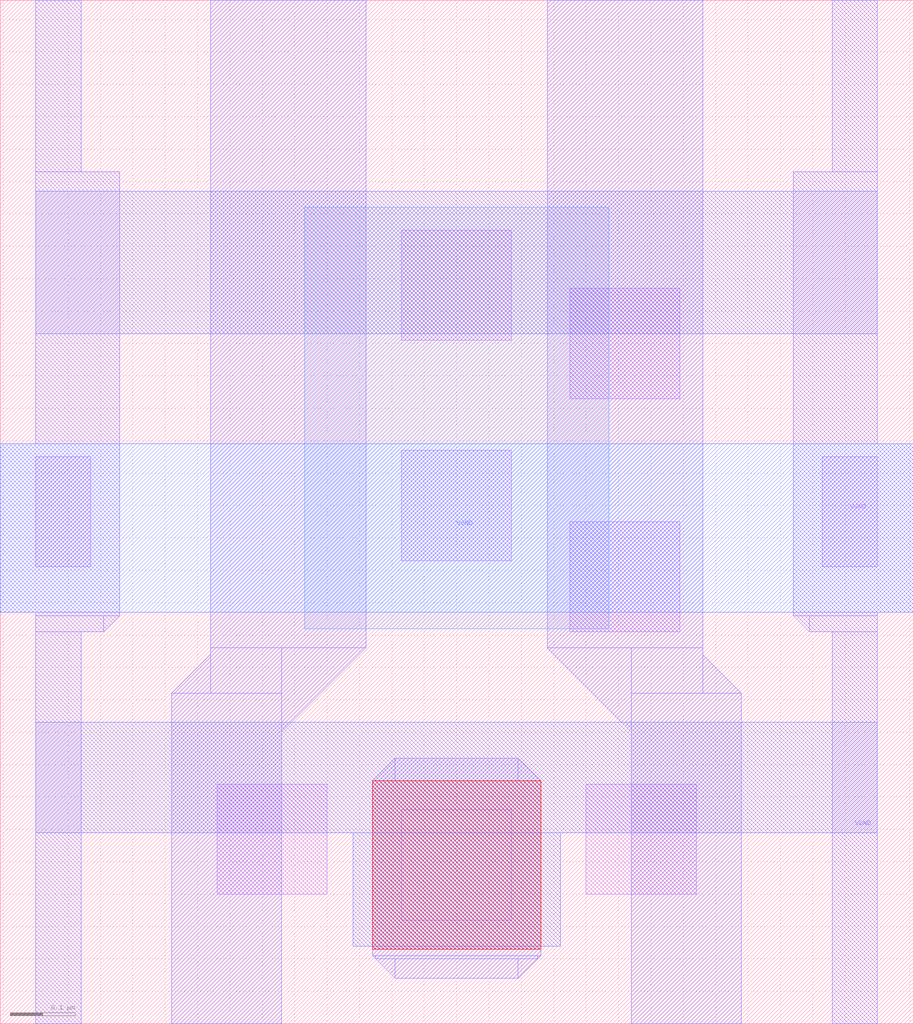
<source format=lef>
VERSION 5.7 ;
  NOWIREEXTENSIONATPIN ON ;
  DIVIDERCHAR "/" ;
  BUSBITCHARS "[]" ;
MACRO sky130_fd_bd_sram__sram_sp_wlstrap_p
  CLASS BLOCK ;
  FOREIGN sky130_fd_bd_sram__sram_sp_wlstrap_p ;
  ORIGIN 0.055 0.000 ;
  SIZE 1.410 BY 1.580 ;
  PIN VGND
    USE GROUND ;
    PORT
      LAYER li1 ;
        RECT 0.000 0.705 0.085 0.875 ;
        RECT 1.215 0.705 1.300 0.875 ;
      LAYER met1 ;
        RECT 0.000 1.315 0.070 1.580 ;
        RECT 1.230 1.315 1.300 1.580 ;
        RECT 0.000 0.895 0.130 1.315 ;
        RECT -0.055 0.635 0.130 0.895 ;
        RECT 0.000 0.630 0.130 0.635 ;
        RECT 0.000 0.605 0.105 0.630 ;
        POLYGON 0.105 0.630 0.130 0.630 0.105 0.605 ;
        RECT 1.170 0.895 1.300 1.315 ;
        RECT 1.170 0.635 1.355 0.895 ;
        RECT 1.170 0.630 1.300 0.635 ;
        POLYGON 1.170 0.630 1.195 0.630 1.195 0.605 ;
        RECT 1.195 0.605 1.300 0.630 ;
        RECT 0.000 0.000 0.070 0.605 ;
        RECT 1.230 0.000 1.300 0.605 ;
      LAYER met2 ;
        RECT -0.055 0.635 1.355 0.895 ;
    END
  END VGND
  OBS
      LAYER pwell ;
        RECT 0.415 0.610 0.885 1.260 ;
      LAYER li1 ;
        RECT 0.565 1.055 0.735 1.225 ;
        RECT 0.825 0.965 0.995 1.135 ;
        RECT 0.565 0.715 0.735 0.885 ;
        RECT 0.825 0.605 0.995 0.775 ;
        RECT 0.280 0.200 0.450 0.370 ;
        RECT 0.565 0.160 0.735 0.330 ;
        RECT 0.850 0.200 1.020 0.370 ;
      LAYER met1 ;
        RECT 0.270 0.580 0.510 1.580 ;
        POLYGON 0.270 0.570 0.270 0.510 0.210 0.510 ;
        RECT 0.270 0.510 0.380 0.580 ;
        RECT 0.210 0.000 0.380 0.510 ;
        POLYGON 0.380 0.580 0.510 0.580 0.380 0.450 ;
        RECT 0.790 0.580 1.030 1.580 ;
        POLYGON 0.790 0.580 0.920 0.580 0.920 0.450 ;
        RECT 0.920 0.510 1.030 0.580 ;
        POLYGON 1.030 0.570 1.090 0.510 1.030 0.510 ;
        POLYGON 0.555 0.410 0.555 0.375 0.520 0.375 ;
        RECT 0.555 0.375 0.745 0.410 ;
        POLYGON 0.745 0.410 0.780 0.375 0.745 0.375 ;
        RECT 0.520 0.105 0.780 0.375 ;
        POLYGON 0.520 0.105 0.525 0.105 0.525 0.100 ;
        RECT 0.525 0.100 0.775 0.105 ;
        POLYGON 0.775 0.105 0.780 0.105 0.775 0.100 ;
        POLYGON 0.525 0.100 0.555 0.100 0.555 0.070 ;
        RECT 0.555 0.070 0.745 0.100 ;
        POLYGON 0.745 0.100 0.775 0.100 0.745 0.070 ;
        RECT 0.920 0.000 1.090 0.510 ;
      LAYER via ;
        RECT 0.520 0.115 0.780 0.375 ;
      LAYER met2 ;
        RECT 0.000 1.065 1.300 1.285 ;
        RECT 0.000 0.295 1.300 0.465 ;
        RECT 0.490 0.120 0.810 0.295 ;
        RECT 0.520 0.115 0.780 0.120 ;
  END
END sky130_fd_bd_sram__sram_sp_wlstrap_p
END LIBRARY


</source>
